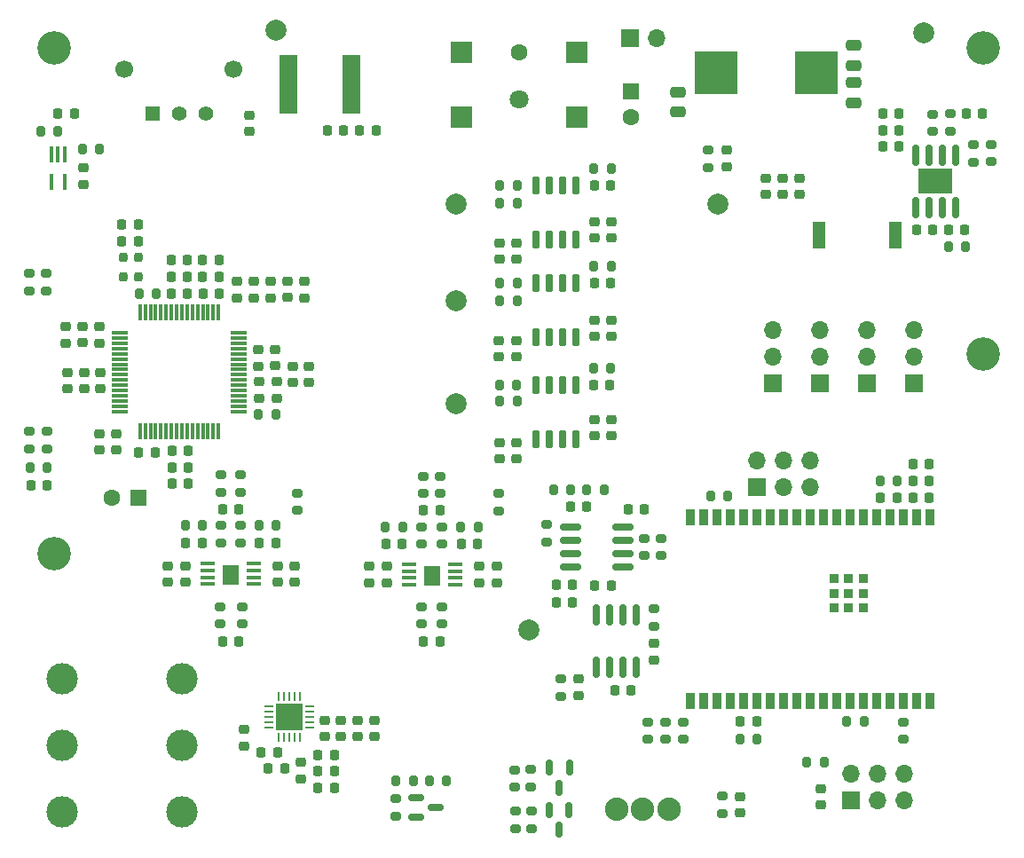
<source format=gbr>
%TF.GenerationSoftware,KiCad,Pcbnew,7.0.4*%
%TF.CreationDate,2023-07-09T20:25:32+02:00*%
%TF.ProjectId,ample,616d706c-652e-46b6-9963-61645f706362,rev?*%
%TF.SameCoordinates,Original*%
%TF.FileFunction,Soldermask,Top*%
%TF.FilePolarity,Negative*%
%FSLAX46Y46*%
G04 Gerber Fmt 4.6, Leading zero omitted, Abs format (unit mm)*
G04 Created by KiCad (PCBNEW 7.0.4) date 2023-07-09 20:25:32*
%MOMM*%
%LPD*%
G01*
G04 APERTURE LIST*
G04 Aperture macros list*
%AMRoundRect*
0 Rectangle with rounded corners*
0 $1 Rounding radius*
0 $2 $3 $4 $5 $6 $7 $8 $9 X,Y pos of 4 corners*
0 Add a 4 corners polygon primitive as box body*
4,1,4,$2,$3,$4,$5,$6,$7,$8,$9,$2,$3,0*
0 Add four circle primitives for the rounded corners*
1,1,$1+$1,$2,$3*
1,1,$1+$1,$4,$5*
1,1,$1+$1,$6,$7*
1,1,$1+$1,$8,$9*
0 Add four rect primitives between the rounded corners*
20,1,$1+$1,$2,$3,$4,$5,0*
20,1,$1+$1,$4,$5,$6,$7,0*
20,1,$1+$1,$6,$7,$8,$9,0*
20,1,$1+$1,$8,$9,$2,$3,0*%
G04 Aperture macros list end*
%ADD10C,2.000000*%
%ADD11RoundRect,0.200000X-0.275000X0.200000X-0.275000X-0.200000X0.275000X-0.200000X0.275000X0.200000X0*%
%ADD12RoundRect,0.200000X0.200000X0.275000X-0.200000X0.275000X-0.200000X-0.275000X0.200000X-0.275000X0*%
%ADD13RoundRect,0.225000X-0.250000X0.225000X-0.250000X-0.225000X0.250000X-0.225000X0.250000X0.225000X0*%
%ADD14RoundRect,0.225000X-0.225000X-0.250000X0.225000X-0.250000X0.225000X0.250000X-0.225000X0.250000X0*%
%ADD15RoundRect,0.225000X0.250000X-0.225000X0.250000X0.225000X-0.250000X0.225000X-0.250000X-0.225000X0*%
%ADD16RoundRect,0.225000X0.225000X0.250000X-0.225000X0.250000X-0.225000X-0.250000X0.225000X-0.250000X0*%
%ADD17R,0.400000X1.500000*%
%ADD18R,1.200000X2.600000*%
%ADD19R,1.700000X1.700000*%
%ADD20O,1.700000X1.700000*%
%ADD21RoundRect,0.200000X-0.200000X-0.275000X0.200000X-0.275000X0.200000X0.275000X-0.200000X0.275000X0*%
%ADD22RoundRect,0.200000X0.275000X-0.200000X0.275000X0.200000X-0.275000X0.200000X-0.275000X-0.200000X0*%
%ADD23RoundRect,0.062500X-0.062500X0.350000X-0.062500X-0.350000X0.062500X-0.350000X0.062500X0.350000X0*%
%ADD24RoundRect,0.062500X-0.350000X0.062500X-0.350000X-0.062500X0.350000X-0.062500X0.350000X0.062500X0*%
%ADD25R,2.500000X2.500000*%
%ADD26R,1.450000X0.450000*%
%ADD27R,1.570000X1.890000*%
%ADD28C,3.000000*%
%ADD29RoundRect,0.150000X0.150000X-0.825000X0.150000X0.825000X-0.150000X0.825000X-0.150000X-0.825000X0*%
%ADD30R,3.300000X2.410000*%
%ADD31C,3.200000*%
%ADD32RoundRect,0.218750X-0.256250X0.218750X-0.256250X-0.218750X0.256250X-0.218750X0.256250X0.218750X0*%
%ADD33RoundRect,0.150000X0.150000X-0.725000X0.150000X0.725000X-0.150000X0.725000X-0.150000X-0.725000X0*%
%ADD34R,1.600000X1.600000*%
%ADD35C,1.600000*%
%ADD36C,2.240000*%
%ADD37RoundRect,0.150000X-0.150000X0.587500X-0.150000X-0.587500X0.150000X-0.587500X0.150000X0.587500X0*%
%ADD38RoundRect,0.250000X-0.475000X0.250000X-0.475000X-0.250000X0.475000X-0.250000X0.475000X0.250000X0*%
%ADD39R,1.700000X5.700000*%
%ADD40RoundRect,0.075000X-0.700000X-0.075000X0.700000X-0.075000X0.700000X0.075000X-0.700000X0.075000X0*%
%ADD41RoundRect,0.075000X-0.075000X-0.700000X0.075000X-0.700000X0.075000X0.700000X-0.075000X0.700000X0*%
%ADD42R,0.900000X1.500000*%
%ADD43R,0.900000X0.900000*%
%ADD44RoundRect,0.150000X-0.587500X-0.150000X0.587500X-0.150000X0.587500X0.150000X-0.587500X0.150000X0*%
%ADD45RoundRect,0.150000X-0.825000X-0.150000X0.825000X-0.150000X0.825000X0.150000X-0.825000X0.150000X0*%
%ADD46RoundRect,0.250000X0.475000X-0.250000X0.475000X0.250000X-0.475000X0.250000X-0.475000X-0.250000X0*%
%ADD47R,4.100000X4.100000*%
%ADD48RoundRect,0.200000X-0.200000X-0.250000X0.200000X-0.250000X0.200000X0.250000X-0.200000X0.250000X0*%
%ADD49RoundRect,0.218750X0.256250X-0.218750X0.256250X0.218750X-0.256250X0.218750X-0.256250X-0.218750X0*%
%ADD50R,1.400000X1.400000*%
%ADD51C,1.400000*%
%ADD52C,1.700000*%
%ADD53C,1.800000*%
%ADD54R,2.000000X2.000000*%
G04 APERTURE END LIST*
D10*
%TO.C,TP12*%
X126800000Y-51800000D03*
%TD*%
%TO.C,TP10*%
X144000000Y-68400000D03*
%TD*%
%TO.C,TP7*%
X169000000Y-68400000D03*
%TD*%
%TO.C,TP5*%
X144000000Y-87400000D03*
%TD*%
%TO.C,TP4*%
X151000000Y-109000000D03*
%TD*%
%TO.C,TP2*%
X188600000Y-52000000D03*
%TD*%
%TO.C,TP1*%
X144000000Y-77600000D03*
%TD*%
D11*
%TO.C,R63*%
X121512500Y-106775000D03*
X121512500Y-108425000D03*
%TD*%
D12*
%TO.C,R21*%
X158825000Y-65000000D03*
X157175000Y-65000000D03*
%TD*%
D13*
%TO.C,C6*%
X155700000Y-113700000D03*
X155700000Y-115250000D03*
%TD*%
D14*
%TO.C,C3*%
X157225000Y-75900000D03*
X158775000Y-75900000D03*
%TD*%
D15*
%TO.C,C100*%
X128612500Y-104425000D03*
X128612500Y-102875000D03*
%TD*%
D11*
%TO.C,R55*%
X121612500Y-99050000D03*
X121612500Y-100700000D03*
%TD*%
D15*
%TO.C,C37*%
X124250000Y-61425000D03*
X124250000Y-59875000D03*
%TD*%
D14*
%TO.C,C55*%
X116925000Y-91900000D03*
X118475000Y-91900000D03*
%TD*%
D16*
%TO.C,C58*%
X121375000Y-75300001D03*
X119825000Y-75300001D03*
%TD*%
D12*
%TO.C,R59*%
X119837500Y-99000000D03*
X118187500Y-99000000D03*
%TD*%
%TO.C,R57*%
X138925000Y-99200000D03*
X137275000Y-99200000D03*
%TD*%
D11*
%TO.C,R19*%
X195035000Y-62675000D03*
X195035000Y-64325000D03*
%TD*%
D17*
%TO.C,U8*%
X106670000Y-63600000D03*
X106020000Y-63600000D03*
X105370000Y-63600000D03*
X105370000Y-66260000D03*
X106670000Y-66260000D03*
%TD*%
D18*
%TO.C,L2*%
X185950000Y-71300000D03*
X178650000Y-71300000D03*
%TD*%
D19*
%TO.C,J4*%
X181675000Y-125275000D03*
D20*
X181675000Y-122735000D03*
X184215000Y-125275000D03*
X184215000Y-122735000D03*
X186755000Y-125275000D03*
X186755000Y-122735000D03*
%TD*%
D21*
%TO.C,R30*%
X113775000Y-76900000D03*
X115425000Y-76900000D03*
%TD*%
D12*
%TO.C,R3*%
X158825000Y-74300000D03*
X157175000Y-74300000D03*
%TD*%
D16*
%TO.C,C97*%
X119762500Y-100675000D03*
X118212500Y-100675000D03*
%TD*%
%TO.C,C47*%
X113675000Y-71900000D03*
X112125000Y-71900000D03*
%TD*%
D22*
%TO.C,R18*%
X193400000Y-64350000D03*
X193400000Y-62700000D03*
%TD*%
D13*
%TO.C,C71*%
X130000000Y-83825000D03*
X130000000Y-85375000D03*
%TD*%
D19*
%TO.C,J9*%
X172720000Y-95375000D03*
D20*
X172720000Y-92835000D03*
X175260000Y-95375000D03*
X175260000Y-92835000D03*
X177800000Y-95375000D03*
X177800000Y-92835000D03*
%TD*%
D16*
%TO.C,C62*%
X118375000Y-73700001D03*
X116825000Y-73700001D03*
%TD*%
D15*
%TO.C,C103*%
X127012500Y-104425000D03*
X127012500Y-102875000D03*
%TD*%
D11*
%TO.C,R31*%
X105010001Y-90050000D03*
X105010001Y-91700000D03*
%TD*%
D15*
%TO.C,C29*%
X175200000Y-67475000D03*
X175200000Y-65925000D03*
%TD*%
D11*
%TO.C,R61*%
X140700000Y-106800000D03*
X140700000Y-108450000D03*
%TD*%
D13*
%TO.C,C66*%
X123099999Y-75750001D03*
X123099999Y-77300001D03*
%TD*%
D23*
%TO.C,U10*%
X129075000Y-115362500D03*
X128575000Y-115362500D03*
X128075000Y-115362500D03*
X127575000Y-115362500D03*
X127075000Y-115362500D03*
D24*
X126137500Y-116300000D03*
X126137500Y-116800000D03*
X126137500Y-117300000D03*
X126137500Y-117800000D03*
X126137500Y-118300000D03*
D23*
X127075000Y-119237500D03*
X127575000Y-119237500D03*
X128075000Y-119237500D03*
X128575000Y-119237500D03*
X129075000Y-119237500D03*
D24*
X130012500Y-118300000D03*
X130012500Y-117800000D03*
X130012500Y-117300000D03*
X130012500Y-116800000D03*
X130012500Y-116300000D03*
D25*
X128075000Y-117300000D03*
%TD*%
D22*
%TO.C,R43*%
X162299998Y-119425000D03*
X162299998Y-117775000D03*
%TD*%
D15*
%TO.C,C2*%
X157200000Y-80975000D03*
X157200000Y-79425000D03*
%TD*%
%TO.C,C98*%
X146200000Y-104475000D03*
X146200000Y-102925000D03*
%TD*%
D26*
%TO.C,U13*%
X120300000Y-102675000D03*
X120300000Y-103325000D03*
X120300000Y-103975000D03*
X120300000Y-104625000D03*
X124700000Y-104625000D03*
X124700000Y-103975000D03*
X124700000Y-103325000D03*
X124700000Y-102675000D03*
D27*
X122500000Y-103750000D03*
%TD*%
D16*
%TO.C,C17*%
X186300000Y-61300000D03*
X184750000Y-61300000D03*
%TD*%
D12*
%TO.C,R5*%
X149825000Y-75900000D03*
X148175000Y-75900000D03*
%TD*%
D14*
%TO.C,C13*%
X191000000Y-70800000D03*
X192550000Y-70800000D03*
%TD*%
D16*
%TO.C,C90*%
X172700000Y-117700000D03*
X171150000Y-117700000D03*
%TD*%
D11*
%TO.C,R32*%
X103300000Y-90050000D03*
X103300000Y-91700000D03*
%TD*%
D15*
%TO.C,C89*%
X178800000Y-125675000D03*
X178800000Y-124125000D03*
%TD*%
D11*
%TO.C,R6*%
X154000000Y-113675000D03*
X154000000Y-115325000D03*
%TD*%
%TO.C,R42*%
X169400000Y-124875000D03*
X169400000Y-126525000D03*
%TD*%
D14*
%TO.C,C87*%
X187625000Y-94800000D03*
X189175000Y-94800000D03*
%TD*%
D15*
%TO.C,C41*%
X108420000Y-66480000D03*
X108420000Y-64930000D03*
%TD*%
D11*
%TO.C,R64*%
X148100000Y-95975000D03*
X148100000Y-97625000D03*
%TD*%
D16*
%TO.C,C93*%
X123287500Y-97450000D03*
X121737500Y-97450000D03*
%TD*%
D28*
%TO.C,J3*%
X117885000Y-120000000D03*
X106455000Y-120000000D03*
X117885000Y-126350000D03*
X106455000Y-126350000D03*
X117885000Y-113650000D03*
X106455000Y-113650000D03*
%TD*%
D29*
%TO.C,U3*%
X187870000Y-68675000D03*
X189140000Y-68675000D03*
X190410000Y-68675000D03*
X191680000Y-68675000D03*
X191680000Y-63725000D03*
X190410000Y-63725000D03*
X189140000Y-63725000D03*
X187870000Y-63725000D03*
D30*
X189775000Y-66200000D03*
%TD*%
D11*
%TO.C,R17*%
X152625000Y-98940000D03*
X152625000Y-100590000D03*
%TD*%
D14*
%TO.C,C15*%
X159150000Y-114765000D03*
X160700000Y-114765000D03*
%TD*%
D31*
%TO.C,H3*%
X194300000Y-82700000D03*
%TD*%
D22*
%TO.C,R45*%
X165700000Y-119425000D03*
X165700000Y-117775000D03*
%TD*%
D13*
%TO.C,C82*%
X131450000Y-117600000D03*
X131450000Y-119150000D03*
%TD*%
D16*
%TO.C,C63*%
X121375000Y-73700001D03*
X119825000Y-73700001D03*
%TD*%
D14*
%TO.C,C76*%
X130825000Y-120900000D03*
X132375000Y-120900000D03*
%TD*%
D13*
%TO.C,C26*%
X149800000Y-91100000D03*
X149800000Y-92650000D03*
%TD*%
D14*
%TO.C,C75*%
X130825000Y-124100000D03*
X132375000Y-124100000D03*
%TD*%
D22*
%TO.C,R7*%
X162900000Y-108650000D03*
X162900000Y-107000000D03*
%TD*%
D32*
%TO.C,D2*%
X171100000Y-124912500D03*
X171100000Y-126487500D03*
%TD*%
D21*
%TO.C,R27*%
X103349999Y-93500000D03*
X104999999Y-93500000D03*
%TD*%
D33*
%TO.C,U4*%
X151595000Y-90775000D03*
X152865000Y-90775000D03*
X154135000Y-90775000D03*
X155405000Y-90775000D03*
X155405000Y-85625000D03*
X154135000Y-85625000D03*
X152865000Y-85625000D03*
X151595000Y-85625000D03*
%TD*%
D13*
%TO.C,C81*%
X123800000Y-118525000D03*
X123800000Y-120075000D03*
%TD*%
D14*
%TO.C,C20*%
X157124999Y-85600000D03*
X158674999Y-85600000D03*
%TD*%
D34*
%TO.C,C5*%
X160700000Y-57600000D03*
D35*
X160700000Y-60100000D03*
%TD*%
D14*
%TO.C,C25*%
X192700000Y-59700000D03*
X194250000Y-59700000D03*
%TD*%
D11*
%TO.C,R53*%
X140700000Y-99175000D03*
X140700000Y-100825000D03*
%TD*%
D31*
%TO.C,H1*%
X194300000Y-53500000D03*
%TD*%
D21*
%TO.C,R12*%
X148175000Y-87200000D03*
X149825000Y-87200000D03*
%TD*%
D13*
%TO.C,C4*%
X149800000Y-81400000D03*
X149800000Y-82950000D03*
%TD*%
D16*
%TO.C,C60*%
X118400000Y-75300001D03*
X116850000Y-75300001D03*
%TD*%
D11*
%TO.C,R35*%
X151162501Y-122337500D03*
X151162501Y-123987500D03*
%TD*%
D36*
%TO.C,RV1*%
X164300000Y-126100000D03*
X161800000Y-126100000D03*
X159300000Y-126100000D03*
%TD*%
D14*
%TO.C,C78*%
X130825000Y-122500000D03*
X132375000Y-122500000D03*
%TD*%
D22*
%TO.C,R20*%
X163600000Y-101925000D03*
X163600000Y-100275000D03*
%TD*%
D37*
%TO.C,Q3*%
X154800000Y-126200000D03*
X152900000Y-126200000D03*
X153850000Y-128075000D03*
%TD*%
D11*
%TO.C,R52*%
X142700000Y-99175000D03*
X142700000Y-100825000D03*
%TD*%
D15*
%TO.C,C16*%
X157200000Y-90475000D03*
X157200000Y-88925000D03*
%TD*%
D21*
%TO.C,R58*%
X125187500Y-99000000D03*
X126837500Y-99000000D03*
%TD*%
D14*
%TO.C,C88*%
X187625000Y-96400000D03*
X189175000Y-96400000D03*
%TD*%
D38*
%TO.C,C10*%
X181950000Y-56800000D03*
X181950000Y-58700000D03*
%TD*%
D16*
%TO.C,C101*%
X123287500Y-110100000D03*
X121737500Y-110100000D03*
%TD*%
D15*
%TO.C,C43*%
X108400000Y-81600000D03*
X108400000Y-80050000D03*
%TD*%
D16*
%TO.C,C92*%
X142475000Y-97575000D03*
X140925000Y-97575000D03*
%TD*%
D21*
%TO.C,R23*%
X148175000Y-68300000D03*
X149825000Y-68300000D03*
%TD*%
D13*
%TO.C,C69*%
X127899999Y-75724999D03*
X127899999Y-77274999D03*
%TD*%
D16*
%TO.C,C14*%
X186300000Y-59700000D03*
X184750000Y-59700000D03*
%TD*%
D21*
%TO.C,R4*%
X148175000Y-77600000D03*
X149825000Y-77600000D03*
%TD*%
D13*
%TO.C,C67*%
X124699999Y-75750000D03*
X124699999Y-77300000D03*
%TD*%
D16*
%TO.C,C91*%
X186075000Y-96400000D03*
X184525000Y-96400000D03*
%TD*%
D13*
%TO.C,C85*%
X129175000Y-121650000D03*
X129175000Y-123200000D03*
%TD*%
D19*
%TO.C,J5*%
X183200000Y-85425000D03*
D20*
X183200000Y-82885000D03*
X183200000Y-80345000D03*
%TD*%
D13*
%TO.C,C36*%
X148125001Y-72095000D03*
X148125001Y-73645000D03*
%TD*%
D15*
%TO.C,C64*%
X126716044Y-83806497D03*
X126716044Y-82256497D03*
%TD*%
D37*
%TO.C,Q2*%
X154812501Y-122162498D03*
X152912501Y-122162498D03*
X153862501Y-124037498D03*
%TD*%
D13*
%TO.C,C49*%
X110100000Y-84425000D03*
X110100000Y-85975000D03*
%TD*%
D14*
%TO.C,C86*%
X187625000Y-93200000D03*
X189175000Y-93200000D03*
%TD*%
D11*
%TO.C,R50*%
X123412500Y-94200000D03*
X123412500Y-95850000D03*
%TD*%
D16*
%TO.C,C61*%
X121400000Y-76900000D03*
X119850000Y-76900000D03*
%TD*%
D39*
%TO.C,L3*%
X128000000Y-56950000D03*
X134000000Y-56950000D03*
%TD*%
D16*
%TO.C,C21*%
X186275000Y-62900000D03*
X184725000Y-62900000D03*
%TD*%
D14*
%TO.C,C33*%
X160425000Y-97500000D03*
X161975000Y-97500000D03*
%TD*%
%TO.C,C40*%
X131725000Y-61300000D03*
X133275000Y-61300000D03*
%TD*%
D22*
%TO.C,R11*%
X191200000Y-61400000D03*
X191200000Y-59750000D03*
%TD*%
D13*
%TO.C,C80*%
X136250000Y-117600000D03*
X136250000Y-119150000D03*
%TD*%
D15*
%TO.C,C105*%
X118212500Y-104425000D03*
X118212500Y-102875000D03*
%TD*%
D26*
%TO.C,U12*%
X139500000Y-102725000D03*
X139500000Y-103375000D03*
X139500000Y-104025000D03*
X139500000Y-104675000D03*
X143900000Y-104675000D03*
X143900000Y-104025000D03*
X143900000Y-103375000D03*
X143900000Y-102725000D03*
D27*
X141700000Y-103800000D03*
%TD*%
D11*
%TO.C,R48*%
X142500000Y-94350000D03*
X142500000Y-96000000D03*
%TD*%
D21*
%TO.C,R38*%
X141475000Y-123400000D03*
X143125000Y-123400000D03*
%TD*%
D15*
%TO.C,C104*%
X135700000Y-104475000D03*
X135700000Y-102925000D03*
%TD*%
D40*
%TO.C,U9*%
X111925000Y-80650000D03*
X111925000Y-81150000D03*
X111925000Y-81650000D03*
X111925000Y-82150000D03*
X111925000Y-82650000D03*
X111925000Y-83150000D03*
X111925000Y-83650000D03*
X111925000Y-84150000D03*
X111925000Y-84650000D03*
X111925000Y-85150000D03*
X111925000Y-85650000D03*
X111925000Y-86150000D03*
X111925000Y-86650000D03*
X111925000Y-87150000D03*
X111925000Y-87650000D03*
X111925000Y-88150000D03*
D41*
X113850000Y-90075000D03*
X114350000Y-90075000D03*
X114850000Y-90075000D03*
X115350000Y-90075000D03*
X115850000Y-90075000D03*
X116350000Y-90075000D03*
X116850000Y-90075000D03*
X117350000Y-90075000D03*
X117850000Y-90075000D03*
X118350000Y-90075000D03*
X118850000Y-90075000D03*
X119350000Y-90075000D03*
X119850000Y-90075000D03*
X120350000Y-90075000D03*
X120850000Y-90075000D03*
X121350000Y-90075000D03*
D40*
X123275000Y-88150000D03*
X123275000Y-87650000D03*
X123275000Y-87150000D03*
X123275000Y-86650000D03*
X123275000Y-86150000D03*
X123275000Y-85650000D03*
X123275000Y-85150000D03*
X123275000Y-84650000D03*
X123275000Y-84150000D03*
X123275000Y-83650000D03*
X123275000Y-83150000D03*
X123275000Y-82650000D03*
X123275000Y-82150000D03*
X123275000Y-81650000D03*
X123275000Y-81150000D03*
X123275000Y-80650000D03*
D41*
X121350000Y-78725000D03*
X120850000Y-78725000D03*
X120350000Y-78725000D03*
X119850000Y-78725000D03*
X119350000Y-78725000D03*
X118850000Y-78725000D03*
X118350000Y-78725000D03*
X117850000Y-78725000D03*
X117350000Y-78725000D03*
X116850000Y-78725000D03*
X116350000Y-78725000D03*
X115850000Y-78725000D03*
X115350000Y-78725000D03*
X114850000Y-78725000D03*
X114350000Y-78725000D03*
X113850000Y-78725000D03*
%TD*%
D14*
%TO.C,C94*%
X144525000Y-100800000D03*
X146075000Y-100800000D03*
%TD*%
D21*
%TO.C,R15*%
X156500000Y-95665000D03*
X158150000Y-95665000D03*
%TD*%
D19*
%TO.C,J2*%
X160625000Y-52500000D03*
D20*
X163165000Y-52500000D03*
%TD*%
D22*
%TO.C,R34*%
X138275000Y-126775000D03*
X138275000Y-125125000D03*
%TD*%
D16*
%TO.C,C42*%
X105000000Y-95200000D03*
X103450000Y-95200000D03*
%TD*%
D13*
%TO.C,C68*%
X126299999Y-75750000D03*
X126299999Y-77300000D03*
%TD*%
D31*
%TO.C,H4*%
X105700000Y-53500000D03*
%TD*%
D12*
%TO.C,R9*%
X158750000Y-84000000D03*
X157100000Y-84000000D03*
%TD*%
D11*
%TO.C,R36*%
X151200000Y-126300000D03*
X151200000Y-127950000D03*
%TD*%
D16*
%TO.C,C39*%
X136375000Y-61300000D03*
X134825000Y-61300000D03*
%TD*%
%TO.C,C77*%
X127650000Y-122225000D03*
X126100000Y-122225000D03*
%TD*%
D21*
%TO.C,R1*%
X181275000Y-117700000D03*
X182925000Y-117700000D03*
%TD*%
D14*
%TO.C,C19*%
X153550000Y-104665001D03*
X155100000Y-104665001D03*
%TD*%
D16*
%TO.C,C83*%
X126975000Y-120725000D03*
X125425000Y-120725000D03*
%TD*%
D15*
%TO.C,C107*%
X116512500Y-104425000D03*
X116512500Y-102875000D03*
%TD*%
%TO.C,C102*%
X147900000Y-104475000D03*
X147900000Y-102925000D03*
%TD*%
D16*
%TO.C,C46*%
X113675000Y-70300000D03*
X112125000Y-70300000D03*
%TD*%
D14*
%TO.C,C38*%
X106025000Y-59700000D03*
X107575000Y-59700000D03*
%TD*%
%TO.C,C96*%
X125237500Y-100675000D03*
X126787500Y-100675000D03*
%TD*%
D21*
%TO.C,R46*%
X171075000Y-119400000D03*
X172725000Y-119400000D03*
%TD*%
D13*
%TO.C,C84*%
X133050000Y-117600000D03*
X133050000Y-119150000D03*
%TD*%
D16*
%TO.C,C99*%
X142475000Y-110100000D03*
X140925000Y-110100000D03*
%TD*%
D15*
%TO.C,C31*%
X158800000Y-71575000D03*
X158800000Y-70025000D03*
%TD*%
D22*
%TO.C,R44*%
X163999999Y-119425000D03*
X163999999Y-117775000D03*
%TD*%
D42*
%TO.C,U11*%
X189260000Y-98250000D03*
X187990000Y-98250000D03*
X186720000Y-98250000D03*
X185450000Y-98250000D03*
X184180000Y-98250000D03*
X182910000Y-98250000D03*
X181640000Y-98250000D03*
X180370000Y-98250000D03*
X179100000Y-98250000D03*
X177830000Y-98250000D03*
X176560000Y-98250000D03*
X175290000Y-98250000D03*
X174020000Y-98250000D03*
X172750000Y-98250000D03*
X171480000Y-98250000D03*
X170210000Y-98250000D03*
X168940000Y-98250000D03*
X167670000Y-98250000D03*
X166400000Y-98250000D03*
X166400000Y-115750000D03*
X167670000Y-115750000D03*
X168940000Y-115750000D03*
X170210000Y-115750000D03*
X171480000Y-115750000D03*
X172750000Y-115750000D03*
X174020000Y-115750000D03*
X175290000Y-115750000D03*
X176560000Y-115750000D03*
X177830000Y-115750000D03*
X179100000Y-115750000D03*
X180370000Y-115750000D03*
X181640000Y-115750000D03*
X182910000Y-115750000D03*
X184180000Y-115750000D03*
X185450000Y-115750000D03*
X186720000Y-115750000D03*
X187990000Y-115750000D03*
X189260000Y-115750000D03*
D43*
X182860000Y-104100000D03*
X181460000Y-104100000D03*
X180060000Y-104100000D03*
X182860000Y-105500000D03*
X181460000Y-105500000D03*
X180060000Y-105500000D03*
X182860000Y-106900000D03*
X181460000Y-106900000D03*
X180060000Y-106900000D03*
%TD*%
D13*
%TO.C,C28*%
X148200000Y-91100000D03*
X148200000Y-92650000D03*
%TD*%
D22*
%TO.C,R40*%
X149650000Y-127962500D03*
X149650000Y-126312500D03*
%TD*%
D44*
%TO.C,Q1*%
X140200000Y-125000000D03*
X140200000Y-126900000D03*
X142075000Y-125950000D03*
%TD*%
D21*
%TO.C,R33*%
X125175000Y-88400000D03*
X126825000Y-88400000D03*
%TD*%
D38*
%TO.C,C8*%
X165150000Y-57700000D03*
X165150000Y-59600000D03*
%TD*%
D34*
%TO.C,C53*%
X113682380Y-96400000D03*
D35*
X111182380Y-96400000D03*
%TD*%
D45*
%TO.C,U5*%
X154950000Y-99160000D03*
X154950000Y-100430000D03*
X154950000Y-101700000D03*
X154950000Y-102970000D03*
X159900000Y-102970000D03*
X159900000Y-101700000D03*
X159900000Y-100430000D03*
X159900000Y-99160000D03*
%TD*%
D46*
%TO.C,C11*%
X181950000Y-55150000D03*
X181950000Y-53250000D03*
%TD*%
D11*
%TO.C,R29*%
X103300000Y-74975000D03*
X103300000Y-76625000D03*
%TD*%
D22*
%TO.C,R22*%
X168100000Y-64862500D03*
X168100000Y-63212500D03*
%TD*%
D15*
%TO.C,C12*%
X158800000Y-90475000D03*
X158800000Y-88925000D03*
%TD*%
D13*
%TO.C,C35*%
X149800000Y-72100000D03*
X149800000Y-73650000D03*
%TD*%
D19*
%TO.C,J7*%
X178700000Y-85425000D03*
D20*
X178700000Y-82885000D03*
X178700000Y-80345000D03*
%TD*%
D11*
%TO.C,R65*%
X128900000Y-95925000D03*
X128900000Y-97575000D03*
%TD*%
D13*
%TO.C,C7*%
X148099999Y-81400000D03*
X148099999Y-82950000D03*
%TD*%
D15*
%TO.C,C73*%
X126900000Y-86875000D03*
X126900000Y-85325000D03*
%TD*%
D14*
%TO.C,C24*%
X187925000Y-70800000D03*
X189475000Y-70800000D03*
%TD*%
%TO.C,C56*%
X116925000Y-95000000D03*
X118475000Y-95000000D03*
%TD*%
D31*
%TO.C,H2*%
X105700000Y-101700000D03*
%TD*%
D12*
%TO.C,R37*%
X139925000Y-123400000D03*
X138275000Y-123400000D03*
%TD*%
D15*
%TO.C,C27*%
X176800000Y-67475000D03*
X176800000Y-65925000D03*
%TD*%
D47*
%TO.C,L1*%
X168850000Y-55800000D03*
X178350000Y-55800000D03*
%TD*%
D22*
%TO.C,R10*%
X189500000Y-61425000D03*
X189500000Y-59775000D03*
%TD*%
D13*
%TO.C,C9*%
X162900000Y-110300000D03*
X162900000Y-111850000D03*
%TD*%
D15*
%TO.C,C52*%
X110000000Y-91850000D03*
X110000000Y-90300000D03*
%TD*%
%TO.C,C106*%
X137400000Y-104475000D03*
X137400000Y-102925000D03*
%TD*%
D14*
%TO.C,C23*%
X154950000Y-97265000D03*
X156500000Y-97265000D03*
%TD*%
D29*
%TO.C,U2*%
X157420000Y-112540000D03*
X158690000Y-112540000D03*
X159960000Y-112540000D03*
X161230000Y-112540000D03*
X161230000Y-107590000D03*
X159960000Y-107590000D03*
X158690000Y-107590000D03*
X157420000Y-107590000D03*
%TD*%
D15*
%TO.C,C44*%
X106799999Y-81625000D03*
X106799999Y-80075000D03*
%TD*%
D48*
%TO.C,X1*%
X112275000Y-73475000D03*
X112275000Y-75325000D03*
X113725000Y-75325000D03*
X113725000Y-73475000D03*
%TD*%
D15*
%TO.C,C32*%
X157200000Y-71575000D03*
X157200000Y-70025000D03*
%TD*%
D14*
%TO.C,C54*%
X113725000Y-92100000D03*
X115275000Y-92100000D03*
%TD*%
%TO.C,C59*%
X116925000Y-93500000D03*
X118475000Y-93500000D03*
%TD*%
D22*
%TO.C,R28*%
X104900000Y-76650000D03*
X104900000Y-75000000D03*
%TD*%
D13*
%TO.C,C50*%
X108500001Y-84425000D03*
X108500001Y-85975000D03*
%TD*%
%TO.C,C70*%
X129499999Y-75750000D03*
X129499999Y-77300000D03*
%TD*%
%TO.C,C79*%
X134650000Y-117600000D03*
X134650000Y-119150000D03*
%TD*%
D21*
%TO.C,R47*%
X177475000Y-121600000D03*
X179125000Y-121600000D03*
%TD*%
D12*
%TO.C,R8*%
X192625000Y-72400000D03*
X190975000Y-72400000D03*
%TD*%
D15*
%TO.C,C1*%
X158800000Y-80975000D03*
X158800000Y-79425000D03*
%TD*%
D22*
%TO.C,R39*%
X149562501Y-123999998D03*
X149562501Y-122349998D03*
%TD*%
D16*
%TO.C,C57*%
X118400000Y-76900001D03*
X116850000Y-76900001D03*
%TD*%
%TO.C,C95*%
X138875000Y-100800000D03*
X137325000Y-100800000D03*
%TD*%
D22*
%TO.C,R2*%
X186700000Y-119425000D03*
X186700000Y-117775000D03*
%TD*%
D11*
%TO.C,R62*%
X123600000Y-106775000D03*
X123600000Y-108425000D03*
%TD*%
%TO.C,R54*%
X123412500Y-99050000D03*
X123412500Y-100700000D03*
%TD*%
D21*
%TO.C,R56*%
X144475000Y-99200000D03*
X146125000Y-99200000D03*
%TD*%
D15*
%TO.C,C30*%
X173600000Y-67450000D03*
X173600000Y-65900000D03*
%TD*%
D49*
%TO.C,D1*%
X169800000Y-64800000D03*
X169800000Y-63225000D03*
%TD*%
D13*
%TO.C,C72*%
X128400000Y-83825000D03*
X128400000Y-85375000D03*
%TD*%
D50*
%TO.C,U7*%
X115020000Y-59700000D03*
D51*
X117560000Y-59700000D03*
X120100000Y-59700000D03*
D52*
X112360000Y-55500000D03*
X122760000Y-55500000D03*
%TD*%
D19*
%TO.C,J6*%
X187700000Y-85425000D03*
D20*
X187700000Y-82885000D03*
X187700000Y-80345000D03*
%TD*%
D12*
%TO.C,R13*%
X149800000Y-85600001D03*
X148150000Y-85600001D03*
%TD*%
D53*
%TO.C,J1*%
X150000000Y-58400000D03*
D35*
X150000000Y-53900000D03*
D54*
X155500000Y-60050000D03*
X155500000Y-53900000D03*
X144500000Y-53900000D03*
X144500000Y-60050000D03*
%TD*%
D13*
%TO.C,C51*%
X111600000Y-90300000D03*
X111600000Y-91850000D03*
%TD*%
D11*
%TO.C,R60*%
X142700000Y-106800000D03*
X142700000Y-108450000D03*
%TD*%
D12*
%TO.C,R24*%
X149825000Y-66600000D03*
X148175000Y-66600000D03*
%TD*%
D11*
%TO.C,R51*%
X121612500Y-94200000D03*
X121612500Y-95850000D03*
%TD*%
D15*
%TO.C,C65*%
X125166043Y-83831497D03*
X125166043Y-82281497D03*
%TD*%
%TO.C,C74*%
X125200000Y-86875000D03*
X125200000Y-85325000D03*
%TD*%
D12*
%TO.C,R25*%
X106025000Y-61400000D03*
X104375000Y-61400000D03*
%TD*%
D15*
%TO.C,C45*%
X109999999Y-81625000D03*
X109999999Y-80075000D03*
%TD*%
D12*
%TO.C,R66*%
X186125000Y-94800000D03*
X184475000Y-94800000D03*
%TD*%
D33*
%TO.C,U6*%
X151595000Y-71775000D03*
X152865000Y-71775000D03*
X154135000Y-71775000D03*
X155405000Y-71775000D03*
X155405000Y-66625000D03*
X154135000Y-66625000D03*
X152865000Y-66625000D03*
X151595000Y-66625000D03*
%TD*%
D19*
%TO.C,J8*%
X174200000Y-85425000D03*
D20*
X174200000Y-82885000D03*
X174200000Y-80345000D03*
%TD*%
D12*
%TO.C,R41*%
X169925000Y-96200000D03*
X168275000Y-96200000D03*
%TD*%
D21*
%TO.C,R26*%
X108370000Y-63130000D03*
X110020000Y-63130000D03*
%TD*%
D13*
%TO.C,C48*%
X106900000Y-84425000D03*
X106900000Y-85975000D03*
%TD*%
D14*
%TO.C,C18*%
X157250000Y-104800000D03*
X158800000Y-104800000D03*
%TD*%
D33*
%TO.C,U1*%
X151595000Y-81075000D03*
X152865000Y-81075000D03*
X154135000Y-81075000D03*
X155405000Y-81075000D03*
X155405000Y-75925000D03*
X154135000Y-75925000D03*
X152865000Y-75925000D03*
X151595000Y-75925000D03*
%TD*%
D11*
%TO.C,R16*%
X162000000Y-100275000D03*
X162000000Y-101925000D03*
%TD*%
D14*
%TO.C,C34*%
X157225000Y-66600000D03*
X158775000Y-66600000D03*
%TD*%
D11*
%TO.C,R49*%
X140900000Y-94350000D03*
X140900000Y-96000000D03*
%TD*%
D14*
%TO.C,C22*%
X153550000Y-106365000D03*
X155100000Y-106365000D03*
%TD*%
D21*
%TO.C,R14*%
X153300000Y-95665000D03*
X154950000Y-95665000D03*
%TD*%
M02*

</source>
